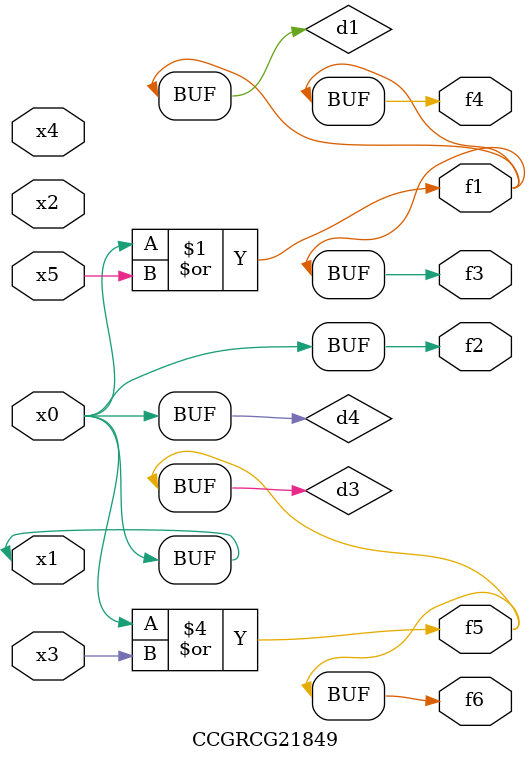
<source format=v>
module CCGRCG21849(
	input x0, x1, x2, x3, x4, x5,
	output f1, f2, f3, f4, f5, f6
);

	wire d1, d2, d3, d4;

	or (d1, x0, x5);
	xnor (d2, x1, x4);
	or (d3, x0, x3);
	buf (d4, x0, x1);
	assign f1 = d1;
	assign f2 = d4;
	assign f3 = d1;
	assign f4 = d1;
	assign f5 = d3;
	assign f6 = d3;
endmodule

</source>
